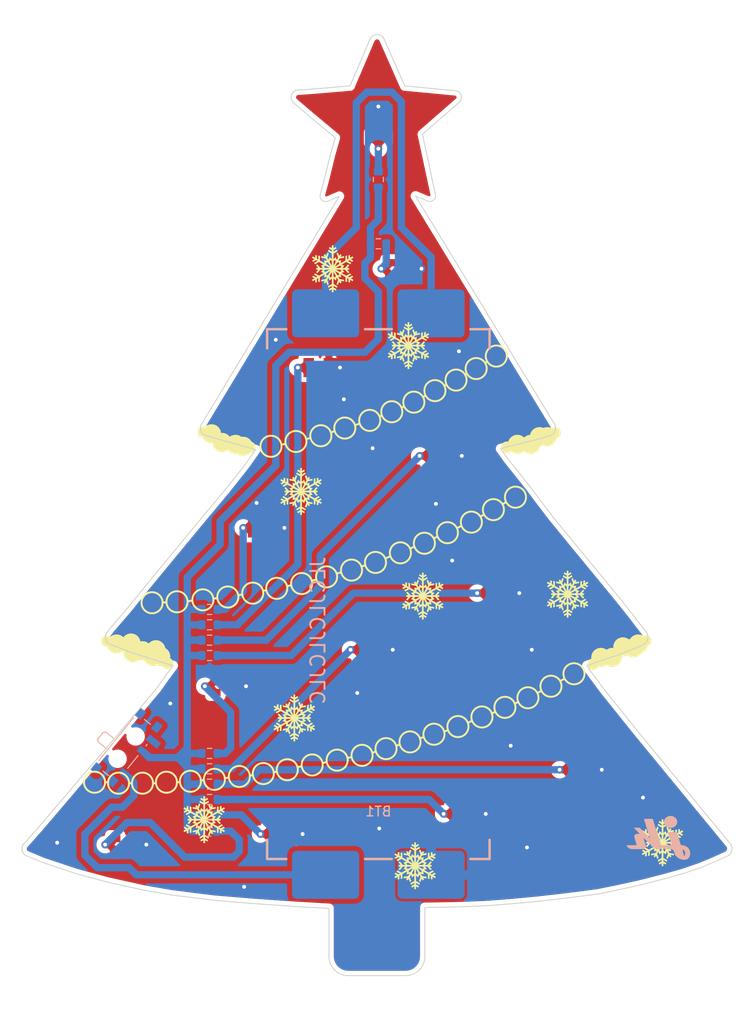
<source format=kicad_pcb>
(kicad_pcb (version 20221018) (generator pcbnew)
  (layers (0 "F.Cu" signal) (31 "B.Cu" signal) (34 "B.Paste" user) (35 "F.Paste" user) (36 "B.SilkS" user "B.Silkscreen") (37 "F.SilkS" user "F.Silkscreen") (38 "B.Mask" user) (39 "F.Mask" user) (44 "Edge.Cuts" user))
  (net 0 "")
  (net 2 "unconnected-(BT1-Pad2)")
  (net 3 "Net-(BT1-Pad3)")
  (net 4 "Net-(R1-Pad1)")
  (net 5 "GND")
  (net 6 "Net-(D2-Pad2)")
  (net 7 "Net-(D3-Pad2)")
  (net 8 "Net-(D1-Pad2)")
  (net 9 "Net-(D4-Pad2)")
  (net 10 "Net-(D5-Pad2)")
  (net 11 "Net-(D6-Pad2)")
  (net 12 "Net-(D7-Pad2)")
  (net 13 "Net-(D8-Pad2)")
  (net 14 "Net-(D9-Pad2)")
  (net 15 "Net-(D10-Pad2)")
  (net 16 "Net-(D11-Pad2)")
  (net 17 "Net-(D12-Pad2)")
  (footprint "Library:snowflake" (layer "F.Cu") (at 135.5 89.3)
    (fp_text reference "G***" hide)
    (fp_text value "LOGO" hide)
  )
  (footprint "Library:LED-0807" (layer "F.Cu") (at 127.65 109.62 180)
    (fp_text reference "D12" hide)
    (fp_text value "RGB")
  )
  (footprint "Library:LED-0807" (layer "F.Cu") (at 145.9 66.1 180)
    (fp_text reference "D6" hide)
    (fp_text value "RGB")
  )
  (footprint "Library:candy_cane" (layer "F.Cu") (at 144 91.2)
    (fp_text reference "G***" hide)
    (fp_text value "LOGO" hide)
  )
  (footprint "Library:LED-0807" (layer "F.Cu") (at 156.1 99.9 180)
    (fp_text reference "D8" hide)
    (fp_text value "RGB")
  )
  (footprint "Library:LED-0807" (layer "F.Cu") (at 152.59 122.9 180)
    (fp_text reference "D5" hide)
    (fp_text value "RGB")
  )
  (footprint "Library:LED-0807" (layer "F.Cu") (at 133.5 125 180)
    (fp_text reference "D3" hide)
    (fp_text value "RGB")
  )
  (footprint "Library:snowflake" (layer "F.Cu") (at 134.8 112.9)
    (fp_text reference "G***" hide)
    (fp_text value "LOGO" hide)
  )
  (footprint "Library:LED-0807" (layer "F.Cu") (at 131.59 93.1 180)
    (fp_text reference "D10" hide)
    (fp_text value "RGB")
  )
  (footprint "Library:LED-0807" (layer "F.Cu") (at 137.39 76.4 180)
    (fp_text reference "D11" hide)
    (fp_text value "RGB")
  )
  (footprint "Library:snowflake" (layer "F.Cu") (at 173.2 125.9)
    (fp_text reference "G***" hide)
    (fp_text value "LOGO" hide)
  )
  (footprint "Library:LED-0807" (layer "F.Cu") (at 164.7 118.3 180)
    (fp_text reference "D7" hide)
    (fp_text value "RGB")
  )
  (footprint "Library:snowflake" (layer "F.Cu") (at 125.4 123.5)
    (fp_text reference "G***" hide)
    (fp_text value "LOGO" hide)
  )
  (footprint "Library:snowflake" (layer "F.Cu") (at 163.3 100)
    (fp_text reference "G***" hide)
    (fp_text value "LOGO" hide)
  )
  (footprint "Library:candy_cane" (layer "F.Cu") (at 164.4 124.4)
    (fp_text reference "G***" hide)
    (fp_text value "LOGO" hide)
  )
  (footprint "Library:snowflake" (layer "F.Cu") (at 147.4 128.3)
    (fp_text reference "G***" hide)
    (fp_text value "LOGO" hide)
  )
  (footprint "Library:candy_cane" (layer "F.Cu") (at 152.1 107.6)
    (fp_text reference "G***" hide)
    (fp_text value "LOGO" hide)
  )
  (footprint "Library:candy_cane" (layer "F.Cu") (at 132 105.3)
    (fp_text reference "G***" hide)
    (fp_text value "LOGO" hide)
  )
  (footprint "Library:candy_cane" (layer "F.Cu") (at 131.5 79.4)
    (fp_text reference "G***" hide)
    (fp_text value "LOGO" hide)
  )
  (footprint "Library:snowflake" (layer "F.Cu") (at 146.7 74.1)
    (fp_text reference "G***" hide)
    (fp_text value "LOGO" hide)
  )
  (footprint "Library:snowflake" (layer "F.Cu") (at 138.8 66.1)
    (fp_text reference "G***" hide)
    (fp_text value "LOGO" hide)
  )
  (footprint "Library:LED-0807" (layer "F.Cu") (at 142.9 105.8 180)
    (fp_text reference "D1" hide)
    (fp_text value "RGB")
  )
  (footprint "Library:LED-0807" (layer "F.Cu") (at 150.1 85.6 180)
    (fp_text reference "D4" hide)
    (fp_text value "RGB")
  )
  (footprint "Library:LED-0807" (layer "F.Cu") (at 117.2 126.1 180)
    (fp_text reference "D2" hide)
    (fp_text value "RGB")
  )
  (footprint "Library:LED-0807" (layer "F.Cu") (at 143.6 51.39 -90)
    (fp_text reference "D9" hide)
    (fp_text value "RGB")
  )
  (footprint "Library:candy_cane" (layer "F.Cu") (at 142.1 123.6)
    (fp_text reference "G***" hide)
    (fp_text value "LOGO" hide)
  )
  (footprint "Library:snowflake" (layer "F.Cu") (at 148.2 100.2)
    (fp_text reference "G***" hide)
    (fp_text value "LOGO" hide)
  )
  (footprint "Resistor_SMD:R_0603_1608Metric" (layer "B.Cu") (at 143.6 56.8 90)
    (fp_text reference "R11" hide)
    (fp_text value "2k")
  )
  (footprint "Library:2xAAA-422-SMT" (layer "B.Cu") (at 143.6 100)
    (fp_text reference "BT1")
    (fp_text value "Battery")
  )
  (footprint "Resistor_SMD:R_0603_1608Metric" (layer "B.Cu") (at 125.925 123)
    (fp_text reference "R3" hide)
    (fp_text value "2k")
  )
  (footprint "Resistor_SMD:R_0603_1608Metric" (layer "B.Cu") (at 126 116.6)
    (fp_text reference "R12" hide)
    (fp_text value "2k")
  )
  (footprint "Resistor_SMD:R_0603_1608Metric" (layer "B.Cu") (at 126 121.4)
    (fp_text reference "R5" hide)
    (fp_text value "2k")
  )
  (footprint "Resistor_SMD:R_0603_1608Metric" (layer "B.Cu") (at 126 106.4)
    (fp_text reference "R7" hide)
    (fp_text value "2k")
  )
  (footprint "Resistor_SMD:R_0603_1608Metric" (layer "B.Cu") (at 126 101.6)
    (fp_text reference "R9" hide)
    (fp_text value "2k")
  )
  (footprint "Library:logo" (layer "B.Cu") (at 172.728253 125.268849 180)
    (fp_text reference "G***" hide)
    (fp_text value "LOGO" hide)
  )
  (footprint "Resistor_SMD:R_0603_1608Metric" (layer "B.Cu") (at 125.9 124.7)
    (fp_text reference "R2" hide)
    (fp_text value "2k")
  )
  (footprint "Resistor_SMD:R_0603_1608Metric" (layer "B.Cu") (at 126 104.8)
    (fp_text reference "R4" hide)
    (fp_text value "2k")
  )
  (footprint "Button_Switch_SMD:SW_SPDT_PCM12" (layer "B.Cu") (at 117.6 116.2 51)
    (fp_text reference "SW1" hide)
    (fp_text value "SW_SPDT")
  )
  (footprint "Resistor_SMD:R_0603_1608Metric" (layer "B.Cu") (at 126 118.2)
    (fp_text reference "R1" hide)
    (fp_text value "2k")
  )
  (footprint "Resistor_SMD:R_0603_1608Metric" (layer "B.Cu") (at 143.6 63.5)
    (fp_text reference "R10" hide)
    (fp_text value "2k")
  )
  (footprint "Resistor_SMD:R_0603_1608Metric" (layer "B.Cu") (at 126 103.2)
    (fp_text reference "R8" hide)
    (fp_text value "2k")
  )
  (footprint "Resistor_SMD:R_0603_1608Metric" (layer "B.Cu") (at 126 119.8)
    (fp_text reference "R6" hide)
    (fp_text value "2k")
  )
  (gr_line (start 146.93 95.25) (end 147.31 95.07) (stroke (width 0.2)) (layer "F.SilkS"))
  (gr_circle (center 115.29 104.91) (end 115.59 104.91) (stroke (width 0.6)) (fill none) (layer "F.SilkS"))
  (gr_circle (center 144.4 116.1) (end 145.5 116.1) (stroke (width 0.2)) (fill none) (layer "F.SilkS"))
  (gr_circle (center 135.6 98.9) (end 136.7 98.9) (stroke (width 0.2)) (fill none) (layer "F.SilkS"))
  (gr_line (start 149.39 94.19) (end 149.77 94.01) (stroke (width 0.2)) (layer "F.SilkS"))
  (gr_circle (center 161.2 83.6) (end 161.7 83.6) (stroke (width 1)) (fill none) (layer "F.SilkS"))
  (gr_circle (center 159.5 84.4) (end 160 84.4) (stroke (width 1)) (fill none) (layer "F.SilkS"))
  (gr_line (start 151.86 93.09) (end 152.24 92.91) (stroke (width 0.2)) (layer "F.SilkS"))
  (gr_circle (center 142.7 81.9) (end 143.8 81.9) (stroke (width 0.2)) (fill none) (layer "F.SilkS"))
  (gr_line (start 136.72 98.59) (end 137.07 98.49) (stroke (width 0.2)) (layer "F.SilkS"))
  (gr_circle (center 166.8 106.6) (end 167.3 106.6) (stroke (width 1)) (fill none) (layer "F.SilkS"))
  (gr_circle (center 150.8 93.6) (end 151.9 93.6) (stroke (width 0.2)) (fill none) (layer "F.SilkS"))
  (gr_circle (center 169.1 105.5) (end 169.6 105.5) (stroke (width 1)) (fill none) (layer "F.SilkS"))
  (gr_circle (center 124 119.5) (end 125.1 119.5) (stroke (width 0.2)) (fill none) (layer "F.SilkS"))
  (gr_circle (center 155.6 91.2) (end 156.7 91.2) (stroke (width 0.2)) (fill none) (layer "F.SilkS"))
  (gr_line (start 115.1 119.6) (end 115.4 119.6) (stroke (width 0.2)) (layer "F.SilkS"))
  (gr_line (start 154.26 91.9) (end 154.6 91.73) (stroke (width 0.2)) (layer "F.SilkS"))
  (gr_circle (center 141.9 116.8) (end 143 116.8) (stroke (width 0.2)) (fill none) (layer "F.SilkS"))
  (gr_line (start 157.82 111.4) (end 158.18 111.25) (stroke (width 0.2)) (layer "F.SilkS"))
  (gr_line (start 145.48 115.78) (end 145.815 115.685) (stroke (width 0.2)) (layer "F.SilkS"))
  (gr_circle (center 116.5 119.7) (end 117.6 119.7) (stroke (width 0.2)) (fill none) (layer "F.SilkS"))
  (gr_line (start 160.21 110.29) (end 160.57 110.1) (stroke (width 0.2)) (layer "F.SilkS"))
  (gr_circle (center 127.3 84.2) (end 127.8 84.2) (stroke (width 1)) (fill none) (layer "F.SilkS"))
  (gr_circle (center 129.1 119) (end 130.2 119) (stroke (width 0.2)) (fill none) (layer "F.SilkS"))
  (gr_circle (center 119 119.7) (end 120.1 119.7) (stroke (width 0.2)) (fill none) (layer "F.SilkS"))
  (gr_circle (center 121.5 119.6) (end 122.6 119.6) (stroke (width 0.2)) (fill none) (layer "F.SilkS"))
  (gr_circle (center 120.4 105.8) (end 120.9 105.8) (stroke (width 1)) (fill none) (layer "F.SilkS"))
  (gr_circle (center 151.9 113.8) (end 153 113.8) (stroke (width 0.2)) (fill none) (layer "F.SilkS"))
  (gr_line (start 125.1 119.4) (end 125.39 119.38) (stroke (width 0.2)) (layer "F.SilkS"))
  (gr_line (start 142.96 116.52) (end 143.295 116.425) (stroke (width 0.2)) (layer "F.SilkS"))
  (gr_circle (center 145.9 95.7) (end 147 95.7) (stroke (width 0.2)) (fill none) (layer "F.SilkS"))
  (gr_circle (center 130.5 99.9) (end 131.6 99.9) (stroke (width 0.2)) (fill none) (layer "F.SilkS"))
  (gr_circle (center 138.2 98.2) (end 139.3 98.2) (stroke (width 0.2)) (fill none) (layer "F.SilkS"))
  (gr_circle (center 171.48 104.86) (end 171.78 104.86) (stroke (width 0.6)) (fill none) (layer "F.SilkS"))
  (gr_circle (center 129.5 84.6) (end 130 84.6) (stroke (width 1)) (fill none) (layer "F.SilkS"))
  (gr_line (start 137.835 117.595) (end 138.17 117.5) (stroke (width 0.2)) (layer "F.SilkS"))
  (gr_circle (center 139.3 117.3) (end 140.4 117.3) (stroke (width 0.2)) (fill none) (layer "F.SilkS"))
  (gr_circle (center 151.7 77.7) (end 152.8 77.7) (stroke (width 0.2)) (fill none) (layer "F.SilkS"))
  (gr_circle (center 119 105.9) (end 119.5 105.9) (stroke (width 1)) (fill none) (layer "F.SilkS"))
  (gr_line (start 134.07 99.17) (end 134.41 99.1) (stroke (width 0.2)) (layer "F.SilkS"))
  (gr_circle (center 120.1 106.5) (end 120.6 106.5) (stroke (width 1)) (fill none) (layer "F.SilkS"))
  (gr_circle (center 125.34 83.11) (end 125.64 83.11) (stroke (width 0.6)) (fill none) (layer "F.SilkS"))
  (gr_circle (center 149.5 78.8) (end 150.6 78.8) (stroke (width 0.2)) (fill none) (layer "F.SilkS"))
  (gr_circle (center 155.9 75.2) (end 157 75.2) (stroke (width 0.2)) (fill none) (layer "F.SilkS"))
  (gr_line (start 123.75 100.74) (end 124.18 100.68) (stroke (width 0.2)) (layer "F.SilkS"))
  (gr_circle (center 158.1 84.4) (end 158.6 84.4) (stroke (width 1)) (fill none) (layer "F.SilkS"))
  (gr_line (start 136.1 83.85) (end 136.52 83.73) (stroke (width 0.2)) (layer "F.SilkS"))
  (gr_line (start 144.36 96.28) (end 144.79 96.08) (stroke (width 0.2)) (layer "F.SilkS"))
  (gr_line (start 141.19 82.39) (end 141.56 82.26) (stroke (width 0.2)) (layer "F.SilkS"))
  (gr_circle (center 168 106.6) (end 168.5 106.6) (stroke (width 1)) (fill none) (layer "F.SilkS"))
  (gr_circle (center 140.8 97.5) (end 141.9 97.5) (stroke (width 0.2)) (fill none) (layer "F.SilkS"))
  (gr_line (start 143.74 81.49) (end 143.95 81.41) (stroke (width 0.2)) (layer "F.SilkS"))
  (gr_line (start 133.51 84.42) (end 133.91 84.35) (stroke (width 0.2)) (layer "F.SilkS"))
  (gr_line (start 150.48 114.3) (end 150.815 114.205) (stroke (width 0.2)) (layer "F.SilkS"))
  (gr_circle (center 170.7 105.2) (end 171.2 105.2) (stroke (width 1)) (fill none) (layer "F.SilkS"))
  (gr_circle (center 126.2 83.3) (end 126.7 83.3) (stroke (width 1)) (fill none) (layer "F.SilkS"))
  (gr_line (start 150.52 78.28) (end 150.69 78.19) (stroke (width 0.2)) (layer "F.SilkS"))
  (gr_line (start 121.15 100.86) (end 121.45 100.86) (stroke (width 0.2)) (layer "F.SilkS"))
  (gr_circle (center 127.9 100.3) (end 129 100.3) (stroke (width 0.2)) (fill none) (layer "F.SilkS"))
  (gr_circle (center 166 107.3) (end 166.3 107.3) (stroke (width 0.6)) (fill none) (layer "F.SilkS"))
  (gr_circle (center 130.2 84.7) (end 130.5 84.7) (stroke (width 0.6)) (fill none) (layer "F.SilkS"))
  (gr_circle (center 114 119.6) (end 115.1 119.6) (stroke (width 0.2)) (fill none) (layer "F.SilkS"))
  (gr_line (start 117.6 119.7) (end 117.9 119.7) (stroke (width 0.2)) (layer "F.SilkS"))
  (gr_circle (center 125.3 100.6) (end 126.4 100.6) (stroke (width 0.2)) (fill none) (layer "F.SilkS"))
  (gr_circle (center 156.8 111.8) (end 157.9 111.8) (stroke (width 0.2)) (fill none) (layer "F.SilkS"))
  (gr_circle (center 133 99.4) (end 134.1 99.4) (stroke (width 0.2)) (fill none) (layer "F.SilkS"))
  (gr_line (start 152.65 77.12) (end 152.82 77.03) (stroke (width 0.2)) (layer "F.SilkS"))
  (gr_circle (center 120 100.9) (end 121.1 100.9) (stroke (width 0.2)) (fill none) (layer "F.SilkS"))
  (gr_circle (center 140.1 82.7) (end 141.2 82.7) (stroke (width 0.2)) (fill none) (layer "F.SilkS"))
  (gr_line (start 120.1 119.7) (end 120.4 119.7) (stroke (width 0.2)) (layer "F.SilkS"))
  (gr_line (start 141.84 97.13) (end 142.21 97) (stroke (width 0.2)) (layer "F.SilkS"))
  (gr_circle (center 134.1 118.3) (end 135.2 118.3) (stroke (width 0.2)) (fill none) (layer "F.SilkS"))
  (gr_circle (center 136.7 117.8) (end 137.8 117.8) (stroke (width 0.2)) (fill none) (layer "F.SilkS"))
  (gr_line (start 148.27 79.46) (end 148.51 79.31) (stroke (width 0.2)) (layer "F.SilkS"))
  (gr_line (start 127.59 119.18) (end 127.99 119.12) (stroke (width 0.2)) (layer "F.SilkS"))
  (gr_circle (center 121.6 107.2) (end 121.9 107.2) (stroke (width 0.6)) (fill none) (layer "F.SilkS"))
  (gr_circle (center 157.9 89.9) (end 159 89.9) (stroke (width 0.2)) (fill none) (layer "F.SilkS"))
  (gr_circle (center 170.2 105.6) (end 170.7 105.6) (stroke (width 1)) (fill none) (layer "F.SilkS"))
  (gr_line (start 132.71 118.55) (end 133 118.5) (stroke (width 0.2)) (layer "F.SilkS"))
  (gr_line (start 156.56 90.63) (end 156.88 90.44) (stroke (width 0.2)) (layer "F.SilkS"))
  (gr_circle (center 161.6 109.6) (end 162.7 109.6) (stroke (width 0.2)) (fill none) (layer "F.SilkS"))
  (gr_line (start 122.6 119.6) (end 122.9 119.6) (stroke (width 0.2)) (layer "F.SilkS"))
  (gr_circle (center 120.9 106.5) (end 121.4 106.5) (stroke (width 1)) (fill none) (layer "F.SilkS"))
  (gr_line (start 138.65 83.16) (end 139.02 83.03) (stroke (width 0.2)) (layer "F.SilkS"))
  (gr_line (start 135.22 118.01) (end 135.51 117.96) (stroke (width 0.2)) (layer "F.SilkS"))
  (gr_line (start 146.05 80.54) (end 146.26 80.46) (stroke (width 0.2)) (layer "F.SilkS"))
  (gr_circle (center 159.2 110.8) (end 160.3 110.8) (stroke (width 0.2)) (fill none) (layer "F.SilkS"))
  (gr_line (start 130.2 118.9) (end 130.52 118.86) (stroke (width 0.2)) (layer "F.SilkS"))
  (gr_circle (center 162.03 83.19) (end 162.33 83.19) (stroke (width 0.6)) (fill none) (layer "F.SilkS"))
  (gr_circle (center 118 106.1) (end 118.5 106.1) (stroke (width 1)) (fill none) (layer "F.SilkS"))
  (gr_circle (center 147.3 80) (end 148.4 80) (stroke (width 0.2)) (fill none) (layer "F.SilkS"))
  (gr_circle (center 146.9 115.4) (end 148 115.4) (stroke (width 0.2)) (fill none) (layer "F.SilkS"))
  (gr_circle (center 117.8 105.1) (end 118.3 105.1) (stroke (width 1)) (fill none) (layer "F.SilkS"))
  (gr_line (start 154.76 75.89) (end 154.93 75.8) (stroke (width 0.2)) (layer "F.SilkS"))
  (gr_circle (center 160.4 83.6) (end 160.9 83.6) (stroke (width 1)) (fill none) (layer "F.SilkS"))
  (gr_circle (center 137.6 83.5) (end 138.7 83.5) (stroke (width 0.2)) (fill none) (layer "F.SilkS"))
  (gr_circle (center 154.4 112.8) (end 155.5 112.8) (stroke (width 0.2)) (fill none) (layer "F.SilkS"))
  (gr_line (start 155.42 112.43) (end 155.78 112.28) (stroke (width 0.2)) (layer "F.SilkS"))
  (gr_circle (center 116.3 105.2) (end 116.8 105.2) (stroke (width 1)) (fill none) (layer "F.SilkS"))
  (gr_circle (center 131.6 118.7) (end 132.7 118.7) (stroke (width 0.2)) (fill none) (layer "F.SilkS"))
  (gr_circle (center 126.5 119.3) (end 127.6 119.3) (stroke (width 0.2)) (fill none) (layer "F.SilkS"))
  (gr_line (start 139.3 97.85) (end 139.65 97.75) (stroke (width 0.2)) (layer "F.SilkS"))
  (gr_circle (center 132.4 84.6) (end 133.5 84.6) (stroke (width 0.2)) (fill none) (layer "F.SilkS"))
  (gr_circle (center 164 108.3) (end 165.1 108.3) (stroke (width 0.2)) (fill none) (layer "F.SilkS"))
  (gr_line (start 131.57 99.66) (end 131.91 99.59) (stroke (width 0.2)) (layer "F.SilkS"))
  (gr_circle (center 135 84.1) (end 136.1 84.1) (stroke (width 0.2)) (fill none) (layer "F.SilkS"))
  (gr_circle (center 149.4 114.6) (end 150.5 114.6) (stroke (width 0.2)) (fill none) (layer "F.SilkS"))
  (gr_line (start 129 100.11) (end 129.41 100.05) (stroke (width 0.2)) (layer "F.SilkS"))
  (gr_circle (center 153.8 76.5) (end 154.9 76.5) (stroke (width 0.2)) (fill none) (layer "F.SilkS"))
  (gr_line (start 140.42 117.08) (end 140.755 116.985) (stroke (width 0.2)) (layer "F.SilkS"))
  (gr_circle (center 153.3 92.5) (end 154.4 92.5) (stroke (width 0.2)) (fill none) (layer "F.SilkS"))
  (gr_circle (center 148.4 94.7) (end 149.5 94.7) (stroke (width 0.2)) (fill none) (layer "F.SilkS"))
  (gr_line (start 162.59 109.04) (end 162.95 108.85) (stroke (width 0.2)) (layer "F.SilkS"))
  (gr_circle (center 145 81) (end 146.1 81) (stroke (width 0.2)) (fill none) (layer "F.SilkS"))
  (gr_circle (center 128.7 84.4) (end 129.2 84.4) (stroke (width 1)) (fill none) (layer "F.SilkS"))
  (gr_line (start 126.4 100.47) (end 126.81 100.41) (stroke (width 0.2)) (layer "F.SilkS"))
  (gr_circle (center 157 84.7) (end 157.3 84.7) (stroke (width 0.6)) (fill none) (layer "F.SilkS"))
  (gr_line (start 152.98 113.38) (end 153.34 113.23) (stroke (width 0.2)) (layer "F.SilkS"))
  (gr_circle (center 143.3 96.7) (end 144.4 96.7) (stroke (width 0.2)) (fill none) (layer "F.SilkS"))
  (gr_circle (center 122.6 100.8) (end 123.7 100.8) (stroke (width 0.2)) (fill none) (layer "F.SilkS"))
  (gr_line (start 147.95 115.01) (end 148.285 114.915) (stroke (width 0.2)) (layer "F.SilkS"))
  (gr_line (start 122.05 131.35) (end 119.15 130.85) (stroke (width 0.1)) (layer "Edge.Cuts"))
  (gr_line (start 136.48 50.27) (end 134.78 48.82) (stroke (width 0.1)) (layer "Edge.Cuts"))
  (gr_line (start 118.05 112.7) (end 120.45 109.85) (stroke (width 0.1)) (layer "Edge.Cuts"))
  (gr_line (start 129.75 86.45) (end 130.8 84.95) (stroke (width 0.1)) (layer "Edge.Cuts"))
  (gr_line (start 119.15 130.85) (end 115.3 130) (stroke (width 0.1)) (layer "Edge.Cuts"))
  (gr_line (start 136.5 47.4) (end 140.65 47.05) (stroke (width 0.1)) (layer "Edge.Cuts"))
  (gr_line (start 171.297602 105.22621) (end 170.75 105.5) (stroke (width 0.1)) (layer "Edge.Cuts"))
  (gr_arc (start 125.328647 83.37) (mid 125.040151 82.868254) (end 125.15 82.3) (stroke (width 0.1)) (layer "Edge.Cuts"))
  (gr_line (start 129.6 84.6) (end 127.6 84.05) (stroke (width 0.1)) (layer "Edge.Cuts"))
  (gr_line (start 120.45 109.85) (end 121.3 108.65) (stroke (width 0.1)) (layer "Edge.Cuts"))
  (gr_line (start 167.2 110) (end 170.9 114.6) (stroke (width 0.1)) (layer "Edge.Cuts"))
  (gr_line (start 175.45 129.1) (end 173.5 129.65) (stroke (width 0.1)) (layer "Edge.Cuts"))
  (gr_line (start 152.95 132.55) (end 151.45 132.6) (stroke (width 0.1)) (layer "Edge.Cuts"))
  (gr_arc (start 140.45 139.75) (mid 139.035786 139.164214) (end 138.45 137.75) (stroke (width 0.1)) (layer "Edge.Cuts"))
  (gr_line (start 115.35 115.9) (end 118.05 112.7) (stroke (width 0.1)) (layer "Edge.Cuts"))
  (gr_line (start 157.05 84.65) (end 156.35 84.85) (stroke (width 0.1)) (layer "Edge.Cuts"))
  (gr_line (start 146.35 47.05) (end 151.738266 47.560726) (stroke (width 0.1)) (layer "Edge.Cuts"))
  (gr_line (start 167.05 106.85) (end 165.35 107.45) (stroke (width 0.1)) (layer "Edge.Cuts"))
  (gr_line (start 125.35 91.85) (end 127.65 89.1) (stroke (width 0.1)) (layer "Edge.Cuts"))
  (gr_line (start 125.55 83.45) (end 125.328647 83.37) (stroke (width 0.1)) (layer "Edge.Cuts"))
  (gr_line (start 159.95 83.95) (end 159.05 84.15) (stroke (width 0.1)) (layer "Edge.Cuts"))
  (gr_line (start 180.06 127.26) (end 178.65 127.9) (stroke (width 0.1)) (layer "Edge.Cuts"))
  (gr_line (start 108.55 127.95) (end 106.746356 127.190836) (stroke (width 0.1)) (layer "Edge.Cuts"))
  (gr_arc (start 134.78 48.82) (mid 134.531353 48.038975) (end 135.14 47.49) (stroke (width 0.1)) (layer "Edge.Cuts"))
  (gr_line (start 159.05 84.15) (end 158.1 84.4) (stroke (width 0.1)) (layer "Edge.Cuts"))
  (gr_line (start 162.1 131.8) (end 160.3 132) (stroke (width 0.1)) (layer "Edge.Cuts"))
  (gr_line (start 160.35 90.05) (end 161.8 91.95) (stroke (width 0.1)) (layer "Edge.Cuts"))
  (gr_line (start 138.45 132.75) (end 138.45 137.75) (stroke (width 0.1)) (layer "Edge.Cuts"))
  (gr_line (start 178.65 127.9) (end 177.2 128.5) (stroke (width 0.1)) (layer "Edge.Cuts"))
  (gr_line (start 112 129.1) (end 108.55 127.95) (stroke (width 0.1)) (layer "Edge.Cuts"))
  (gr_arc (start 148.45 137.75) (mid 147.864214 139.164214) (end 146.45 139.75) (stroke (width 0.1)) (layer "Edge.Cuts"))
  (gr_line (start 161.61 83.44621) (end 161.3 83.55) (stroke (width 0.1)) (layer "Edge.Cuts"))
  (gr_line (start 151.97 48.81) (end 148.2 52.1) (stroke (width 0.1)) (layer "Edge.Cuts"))
  (gr_line (start 173.5 129.65) (end 170.95 130.3) (stroke (width 0.1)) (layer "Edge.Cuts"))
  (gr_line (start 165.6 107.85) (end 167.2 110) (stroke (width 0.1)) (layer "Edge.Cuts"))
  (gr_line (start 170.75 105.5) (end 168.6 106.35) (stroke (width 0.1)) (layer "Edge.Cuts"))
  (gr_line (start 139.525 58.55) (end 138.380145 59.048944) (stroke (width 0.1)) (layer "Edge.Cuts"))
  (gr_line (start 135 132.55) (end 130.7 132.25) (stroke (width 0.1)) (layer "Edge.Cuts"))
  (gr_line (start 119.35 99.1) (end 121.5 96.5) (stroke (width 0.1)) (layer "Edge.Cuts"))
  (gr_line (start 155.15 132.45) (end 152.95 132.55) (stroke (width 0.1)) (layer "Edge.Cuts"))
  (gr_line (start 170.95 130.3) (end 168.45 130.85) (stroke (width 0.1)) (layer "Edge.Cuts"))
  (gr_line (start 138.6 54.2) (end 139.1 52.45) (stroke (width 0.1)) (layer "Edge.Cuts"))
  (gr_arc (start 106.746356 127.190836) (mid 106.44 126.69) (end 106.546205 126.112582) (stroke (width 0.1)) (layer "Edge.Cuts"))
  (gr_line (start 168.6 106.35) (end 167.05 106.85) (stroke (width 0.1)) (layer "Edge.Cuts"))
  (gr_arc (start 149.53 58.29) (mid 149.399048 58.909373) (end 148.786369 59.068733) (stroke (width 0.1)) (layer "Edge.Cuts"))
  (gr_line (start 170.9 114.6) (end 180.3 126) (stroke (width 0.1)) (layer "Edge.Cuts"))
  (gr_line (start 151.45 132.6) (end 148.45 132.65) (stroke (width 0.1)) (layer "Edge.Cuts"))
  (gr_line (start 161.3 83.55) (end 159.95 83.95) (stroke (width 0.1)) (layer "Edge.Cuts"))
  (gr_arc (start 171.537602 103.96621) (mid 171.7 104.65) (end 171.297602 105.22621) (stroke (width 0.1)) (layer "Edge.Cuts"))
  (gr_line (start 122.2 107.45) (end 120.55 106.95) (stroke (width 0.1)) (layer "Edge.Cuts"))
  (gr_line (start 117.45 101.45) (end 119.35 99.1) (stroke (width 0.1)) (layer "Edge.Cuts"))
  (gr_line (start 125.15 82.3) (end 139.525 58.55) (stroke (width 0.1)) (layer "Edge.Cuts"))
  (gr_line (start 135.14 47.49) (end 136.5 47.4) (stroke (width 0.1)) (layer "Edge.Cuts"))
  (gr_line (start 117.45 105.95) (end 115.45 105.15) (stroke (width 0.1)) (layer "Edge.Cuts"))
  (gr_arc (start 161.97 82.28) (mid 162.0431 82.941235) (end 161.61 83.44621) (stroke (width 0.1)) (layer "Edge.Cuts"))
  (gr_line (start 126.45 131.9) (end 122.05 131.35) (stroke (width 0.1)) (layer "Edge.Cuts"))
  (gr_line (start 161.8 91.95) (end 163.85 94.45) (stroke (width 0.1)) (layer "Edge.Cuts"))
  (gr_line (start 110.85 121.15) (end 113.4 118.15) (stroke (width 0.1)) (layer "Edge.Cuts"))
  (gr_line (start 139.1 52.45) (end 136.48 50.27) (stroke (width 0.1)) (layer "Edge.Cuts"))
  (gr_line (start 144.19 42.16) (end 146.35 47.05) (stroke (width 0.1)) (layer "Edge.Cuts"))
  (gr_line (start 168.45 130.85) (end 166.45 131.25) (stroke (width 0.1)) (layer "Edge.Cuts"))
  (gr_arc (start 180.3 126) (mid 180.462398 126.68379) (end 180.06 127.26) (stroke (width 0.1)) (layer "Edge.Cuts"))
  (gr_line (start 120.55 106.95) (end 117.45 105.95) (stroke (width 0.1)) (layer "Edge.Cuts"))
  (gr_line (start 157.65 132.25) (end 155.15 132.45) (stroke (width 0.1)) (layer "Edge.Cuts"))
  (gr_line (start 159.3 88.65) (end 160.35 90.05) (stroke (width 0.1)) (layer "Edge.Cuts"))
  (gr_line (start 115.249849 104.071746) (end 115.6 103.6) (stroke (width 0.1)) (layer "Edge.Cuts"))
  (gr_line (start 121.3 108.65) (end 122.2 107.45) (stroke (width 0.1)) (layer "Edge.Cuts"))
  (gr_line (start 146.45 139.75) (end 140.45 139.75) (stroke (width 0.1)) (layer "Edge.Cuts"))
  (gr_line (start 127.6 84.05) (end 125.55 83.45) (stroke (width 0.1)) (layer "Edge.Cuts"))
  (gr_line (start 127.65 89.1) (end 129.75 86.45) (stroke (width 0.1)) (layer "Edge.Cuts"))
  (gr_line (start 121.5 96.5) (end 123.4 94.2) (stroke (width 0.1)) (layer "Edge.Cuts"))
  (gr_line (start 148.45 132.65) (end 148.45 137.75) (stroke (width 0.1)) (layer "Edge.Cuts"))
  (gr_line (start 137.550145 58.318944) (end 137.95 56.85) (stroke (width 0.1)) (layer "Edge.Cuts"))
  (gr_line (start 165.35 107.45) (end 165.6 107.85) (stroke (width 0.1)) (layer "Edge.Cuts"))
  (gr_line (start 137.95 56.85) (end 138.6 54.2) (stroke (width 0.1)) (layer "Edge.Cuts"))
  (gr_line (start 130.8 84.95) (end 129.6 84.6) (stroke (width 0.1)) (layer "Edge.Cuts"))
  (gr_arc (start 138.380145 59.048944) (mid 137.728878 58.952575) (end 137.550145 58.318944) (stroke (width 0.1)) (layer "Edge.Cuts"))
  (gr_line (start 140.65 47.05) (end 142.71 42.23) (stroke (width 0.1)) (layer "Edge.Cuts"))
  (gr_line (start 130.7 132.25) (end 126.45 131.9) (stroke (width 0.1)) (layer "Edge.Cuts"))
  (gr_line (start 177.2 128.5) (end 175.45 129.1) (stroke (width 0.1)) (layer "Edge.Cuts"))
  (gr_line (start 164.55 131.5) (end 162.1 131.8) (stroke (width 0.1)) (layer "Edge.Cuts"))
  (gr_line (start 160.3 132) (end 157.65 132.25) (stroke (width 0.1)) (layer "Edge.Cuts"))
  (gr_line (start 156.35 84.85) (end 157.1 85.9) (stroke (width 0.1)) (layer "Edge.Cuts"))
  (gr_line (start 138.45 132.75) (end 135 132.55) (stroke (width 0.1)) (layer "Edge.Cuts"))
  (gr_line (start 166.45 131.25) (end 164.55 131.5) (stroke (width 0.1)) (layer "Edge.Cuts"))
  (gr_line (start 115.6 103.6) (end 117.45 101.45) (stroke (width 0.1)) (layer "Edge.Cuts"))
  (gr_line (start 148.786369 59.068733) (end 147.475 58.525) (stroke (width 0.1)) (layer "Edge.Cuts"))
  (gr_line (start 147.475 58.525) (end 161.97 82.28) (stroke (width 0.1)) (layer "Edge.Cuts"))
  (gr_line (start 106.546205 126.112582) (end 108.2 124.25) (stroke (width 0.1)) (layer "Edge.Cuts"))
  (gr_arc (start 151.738266 47.560726) (mid 152.256613 48.110705) (end 151.97 48.81) (stroke (width 0.1)) (layer "Edge.Cuts"))
  (gr_line (start 169.95 101.9) (end 171.537602 103.96621) (stroke (width 0.1)) (layer "Edge.Cuts"))
  (gr_line (start 163.85 94.45) (end 168.75 100.4) (stroke (width 0.1)) (layer "Edge.Cuts"))
  (gr_line (start 158.1 84.4) (end 157.05 84.65) (stroke (width 0.1)) (layer "Edge.Cuts"))
  (gr_arc (start 142.71 42.23) (mid 143.42612 41.690004) (end 144.19 42.16) (stroke (width 0.1)) (layer "Edge.Cuts"))
  (gr_line (start 157.1 85.9) (end 159.3 88.65) (stroke (width 0.1)) (layer "Edge.Cuts"))
  (gr_line (start 123.4 94.2) (end 125.35 91.85) (stroke (width 0.1)) (layer "Edge.Cuts"))
  (gr_line (start 168.75 100.4) (end 169.95 101.9) (stroke (width 0.1)) (layer "Edge.Cuts"))
  (gr_line (start 113.4 118.15) (end 115.35 115.9) (stroke (width 0.1)) (layer "Edge.Cuts"))
  (gr_line (start 108.2 124.25) (end 110.85 121.15) (stroke (width 0.1)) (layer "Edge.Cuts"))
  (gr_arc (start 115.45 105.15) (mid 115.143644 104.649164) (end 115.249849 104.071746) (stroke (width 0.1)) (layer "Edge.Cuts"))
  (gr_line (start 148.2 52.1) (end 149.53 58.29) (stroke (width 0.1)) (layer "Edge.Cuts"))
  (gr_line (start 115.3 130) (end 112 129.1) (stroke (width 0.1)) (layer "Edge.Cuts"))
  (gr_text "JLCJLCJLCJLC" (at 137.3 103.8 90) (layer "B.SilkS") (effects (font (size 1.5 1.5) (thickness 0.2)) (justify mirror)))
  (segment (start 142.4 47.7) (end 141.3 48.8) (width 0.762) (layer "B.Cu") (net 2))
  (segment (start 141.3 48.8) (end 141.3 61.8) (width 0.762) (layer "B.Cu") (net 2))
  (segment (start 149.1 70.75) (end 149.1 64.9) (width 0.762) (layer "B.Cu") (net 2))
  (segment (start 149.1 64.9) (end 146 61.8) (width 0.762) (layer "B.Cu") (net 2))
  (segment (start 146 61.8) (end 146 48.7) (width 0.762) (layer "B.Cu") (net 2))
  (segment (start 138.1 65) (end 138.1 70.75) (width 0.762) (layer "B.Cu") (net 2))
  (segment (start 141.3 61.8) (end 138.1 65) (width 0.762) (layer "B.Cu") (net 2))
  (segment (start 146 48.7) (end 145 47.7) (width 0.762) (layer "B.Cu") (net 2))
  (segment (start 145 47.7) (end 142.4 47.7) (width 0.762) (layer "B.Cu") (net 2))
  (segment (start 113 127.2) (end 113 125) (width 0.762) (layer "B.Cu") (net 3))
  (segment (start 117.6 128.5) (end 114.3 128.5) (width 0.762) (layer "B.Cu") (net 3))
  (segment (start 118.1 119.653159) (end 117.295348 118.848507) (width 0.762) (layer "B.Cu") (net 3))
  (segment (start 118.35 129.25) (end 117.6 128.5) (width 0.762) (layer "B.Cu") (net 3))
  (segment (start 113 125) (end 115.8 122.2) (width 0.762) (layer "B.Cu") (net 3))
  (segment (start 114.3 128.5) (end 113 127.2) (width 0.762) (layer "B.Cu") (net 3))
  (segment (start 118.1 121) (end 118.1 119.653159) (width 0.762) (layer "B.Cu") (net 3))
  (segment (start 115.8 122.2) (end 116.9 122.2) (width 0.762) (layer "B.Cu") (net 3))
  (segment (start 138.1 129.25) (end 118.35 129.25) (width 0.762) (layer "B.Cu") (net 3))
  (segment (start 116.9 122.2) (end 118.1 121) (width 0.762) (layer "B.Cu") (net 3))
  (segment (start 143.6 68.5) (end 143.6 73.4) (width 0.762) (layer "B.Cu") (net 4))
  (segment (start 123.66624 104.56624) (end 123.66624 106.33376) (width 0.762) (layer "B.Cu") (net 4))
  (segment (start 143.6 57.625) (end 143.6 61) (width 0.762) (layer "B.Cu") (net 4))
  (segment (start 122.56624 117.03376) (end 123.66624 117.03376) (width 0.762) (layer "B.Cu") (net 4))
  (segment (start 123.9 119.8) (end 123.66624 120.03376) (width 0.762) (layer "B.Cu") (net 4))
  (segment (start 122.66624 117.03376) (end 122.56624 117.03376) (width 0.762) (layer "B.Cu") (net 4))
  (segment (start 132.9 86.6) (end 127.1 92.4) (width 0.762) (layer "B.Cu") (net 4))
  (segment (start 123.66624 116.03376) (end 122.66624 117.03376) (width 0.762) (layer "B.Cu") (net 4))
  (segment (start 123.7 123) (end 123.66624 122.96624) (width 0.762) (layer "B.Cu") (net 4))
  (segment (start 123.66624 101.73376) (end 123.66624 103.06624) (width 0.762) (layer "B.Cu") (net 4))
  (segment (start 127.1 92.4) (end 127.1 94.8) (width 0.762) (layer "B.Cu") (net 4))
  (segment (start 123.7 118.2) (end 123.66624 118.16624) (width 0.762) (layer "B.Cu") (net 4))
  (segment (start 123.8 116.6) (end 123.66624 116.46624) (width 0.762) (layer "B.Cu") (net 4))
  (segment (start 125.175 101.6) (end 123.8 101.6) (width 0.762) (layer "B.Cu") (net 4))
  (segment (start 123.66624 121) (end 123.66624 121.46624) (width 0.762) (layer "B.Cu") (net 4))
  (segment (start 125.175 119.8) (end 123.9 119.8) (width 0.762) (layer "B.Cu") (net 4))
  (segment (start 123.66624 106.33376) (end 123.66624 107.33376) (width 0.762) (layer "B.Cu") (net 4))
  (segment (start 123.66624 120.03376) (end 123.66624 121) (width 0.762) (layer "B.Cu") (net 4))
  (segment (start 125.175 118.2) (end 123.7 118.2) (width 0.762) (layer "B.Cu") (net 4))
  (segment (start 142.775 61.825) (end 142.775 63.5) (width 0.762) (layer "B.Cu") (net 4))
  (segment (start 125.175 121.4) (end 123.73248 121.4) (width 0.762) (layer "B.Cu") (net 4))
  (segment (start 142.775 64.925) (end 142.2 65.5) (width 0.762) (layer "B.Cu") (net 4))
  (segment (start 123.8 103.2) (end 123.66624 103.06624) (width 0.762) (layer "B.Cu") (net 4))
  (segment (start 125.1 123) (end 123.7 123) (width 0.762) (layer "B.Cu") (net 4))
  (segment (start 142.2 65.5) (end 142.2 67.1) (width 0.762) (layer "B.Cu") (net 4))
  (segment (start 124.1 124.7) (end 125.075 124.7) (width 0.762) (layer "B.Cu") (net 4))
  (segment (start 123.66624 117.03376) (end 123.66624 118.16624) (width 0.762) (layer "B.Cu") (net 4))
  (segment (start 125.175 103.2) (end 123.8 103.2) (width 0.762) (layer "B.Cu") (net 4))
  (segment (start 142.2 74.8) (end 134.3 74.8) (width 0.762) (layer "B.Cu") (net 4))
  (segment (start 123.66624 122.96624) (end 123.66624 124.26624) (width 0.762) (layer "B.Cu") (net 4))
  (segment (start 123.8 101.6) (end 123.66624 101.73376) (width 0.762) (layer "B.Cu") (net 4))
  (segment (start 123.66624 124.26624) (end 124.1 124.7) (width 0.762) (layer "B.Cu") (net 4))
  (segment (start 123.66624 118.16624) (end 123.66624 118.73376) (width 0.762) (layer "B.Cu") (net 4))
  (segment (start 123.66624 116.03376) (end 123.66624 116.46624) (width 0.762) (layer "B.Cu") (net 4))
  (segment (start 123.66624 121.46624) (end 123.66624 122.96624) (width 0.762) (layer "B.Cu") (net 4))
  (segment (start 143.6 73.4) (end 142.2 74.8) (width 0.762) (layer "B.Cu") (net 4))
  (segment (start 123.73248 106.4) (end 123.66624 106.33376) (width 0.762) (layer "B.Cu") (net 4))
  (segment (start 134.3 74.8) (end 132.9 76.2) (width 0.762) (layer "B.Cu") (net 4))
  (segment (start 123.66624 116.46624) (end 123.66624 117.03376) (width 0.762) (layer "B.Cu") (net 4))
  (segment (start 125.175 116.6) (end 123.8 116.6) (width 0.762) (layer "B.Cu") (net 4))
  (segment (start 123.66624 103.06624) (end 123.66624 104.56624) (width 0.762) (layer "B.Cu") (net 4))
  (segment (start 143.6 61) (end 142.775 61.825) (width 0.762) (layer "B.Cu") (net 4))
  (segment (start 123.66624 118.16624) (end 123.66624 118.03376) (width 0.762) (layer "B.Cu") (net 4))
  (segment (start 119.183309 116.517069) (end 119.7 117.03376) (width 0.762) (layer "B.Cu") (net 4))
  (segment (start 123.9 104.8) (end 123.66624 104.56624) (width 0.762) (layer "B.Cu") (net 4))
  (segment (start 125.175 106.4) (end 123.73248 106.4) (width 0.762) (layer "B.Cu") (net 4))
  (segment (start 132.9 76.2) (end 132.9 86.6) (width 0.762) (layer "B.Cu") (net 4))
  (segment (start 123.66624 107.33376) (end 123.66624 116.03376) (width 0.762) (layer "B.Cu") (net 4))
  (segment (start 119.7 117.03376) (end 122.56624 117.03376) (width 0.762) (layer "B.Cu") (net 4))
  (segment (start 142.775 63.5) (end 142.775 64.925) (width 0.762) (layer "B.Cu") (net 4))
  (segment (start 142.2 67.1) (end 143.6 68.5) (width 0.762) (layer "B.Cu") (net 4))
  (segment (start 125.175 104.8) (end 123.9 104.8) (width 0.762) (layer "B.Cu") (net 4))
  (segment (start 123.66624 118.73376) (end 123.66624 120.03376) (width 0.762) (layer "B.Cu") (net 4))
  (segment (start 127.1 94.8) (end 123.66624 98.23376) (width 0.762) (layer "B.Cu") (net 4))
  (segment (start 123.66624 98.23376) (end 123.66624 101.73376) (width 0.762) (layer "B.Cu") (net 4))
  (segment (start 123.73248 121.4) (end 123.66624 121.46624) (width 0.762) (layer "B.Cu") (net 4))
  (segment (start 123.66624 118.03376) (end 122.66624 117.03376) (width 0.762) (layer "B.Cu") (net 4))
  (via (at 143.6 49.2) (size 0.8) (drill 0.4) (layers "F.Cu" "B.Cu") (net 5))
  (via (at 121.9 111.4) (size 0.8) (drill 0.4) (layers "F.Cu" "B.Cu") (net 5))
  (via (at 166.9 118.3) (size 0.8) (drill 0.4) (layers "F.Cu" "B.Cu") (net 5))
  (via (at 152 74.7) (size 0.8) (drill 0.4) (layers "F.Cu" "B.Cu") (net 5))
  (via (at 119.4 126.1) (size 0.8) (drill 0.4) (layers "F.Cu" "B.Cu") (net 5))
  (via (at 135.7 125) (size 0.8) (drill 0.4) (layers "F.Cu" "B.Cu") (net 5))
  (via (at 132.9 73.5) (size 0.8) (drill 0.4) (layers "F.Cu" "B.Cu") (net 5))
  (via (at 154.8 122.9) (size 0.8) (drill 0.4) (layers "F.Cu" "B.Cu") (net 5))
  (via (at 133.8 93.1) (size 0.8) (drill 0.4) (layers "F.Cu" "B.Cu") (net 5))
  (via (at 143.69 124.42) (size 0.8) (drill 0.4) (layers "F.Cu" "B.Cu") (net 5))
  (via (at 151.3 96.5) (size 0.8) (drill 0.4) (layers "F.Cu" "B.Cu") (net 5))
  (via (at 148.1 66.1) (size 0.8) (drill 0.4) (layers "F.Cu" "B.Cu") (net 5))
  (via (at 152.3 85.6) (size 0.8) (drill 0.4) (layers "F.Cu" "B.Cu") (net 5))
  (via (at 171.2 121.2) (size 0.8) (drill 0.4) (layers "F.Cu" "B.Cu") (net 5))
  (via (at 157.4 115.8) (size 0.8) (drill 0.4) (layers "F.Cu" "B.Cu") (net 5))
  (via (at 141.4 110.3) (size 0.8) (drill 0.4) (layers "F.Cu" "B.Cu") (net 5))
  (via (at 110.1 125.9) (size 0.8) (drill 0.4) (layers "F.Cu" "B.Cu") (net 5))
  (via (at 159.1 126.4) (size 0.8) (drill 0.4) (layers "F.Cu" "B.Cu") (net 5))
  (via (at 149.6 90.6) (size 0.8) (drill 0.4) (layers "F.Cu" "B.Cu") (net 5))
  (via (at 143 84.8) (size 0.8) (drill 0.4) (layers "F.Cu" "B.Cu") (net 5))
  (via (at 129.8 109.6) (size 0.8) (drill 0.4) (layers "F.Cu" "B.Cu") (net 5))
  (via (at 145.1 105.8) (size 0.8) (drill 0.4) (layers "F.Cu" "B.Cu") (net 5))
  (via (at 130.9 90.5) (size 0.8) (drill 0.4) (layers "F.Cu" "B.Cu") (net 5))
  (via (at 159.6 105.8) (size 0.8) (drill 0.4) (layers "F.Cu" "B.Cu") (net 5))
  (via (at 158.3 99.9) (size 0.8) (drill 0.4) (layers "F.Cu" "B.Cu") (net 5))
  (via (at 139.6 76.4) (size 0.8) (drill 0.4) (layers "F.Cu" "B.Cu") (net 5))
  (via (at 140 79.7) (size 0.8) (drill 0.4) (layers "F.Cu" "B.Cu") (net 5))
  (via (at 129.6 130.5) (size 0.8) (drill 0.4) (layers "F.Cu" "B.Cu") (net 5))
  (segment (start 115.525 126.1) (end 116.15 125.475) (width 0.762) (layer "F.Cu") (net 6))
  (segment (start 115.1 126.1) (end 115.525 126.1) (width 0.762) (layer "F.Cu") (net 6))
  (segment (start 115.525 126.1) (end 116.15 126.725) (width 0.762) (layer "F.Cu") (net 6))
  (via (at 115.1 126.1) (size 0.8) (drill 0.4) (layers "F.Cu" "B.Cu") (net 6))
  (segment (start 129.1 125.6) (end 129.1 126.8) (width 0.762) (layer "B.Cu") (net 6))
  (segment (start 128.2 124.7) (end 129.1 125.6) (width 0.762) (layer "B.Cu") (net 6))
  (segment (start 119.8 123.8) (end 117.4 123.8) (width 0.762) (layer "B.Cu") (net 6))
  (segment (start 117.4 123.8) (end 115.1 126.1) (width 0.762) (layer "B.Cu") (net 6))
  (segment (start 120.2 124.2) (end 119.8 123.8) (width 0.762) (layer "B.Cu") (net 6))
  (segment (start 128.5 127.4) (end 123.4 127.4) (width 0.762) (layer "B.Cu") (net 6))
  (segment (start 126.725 124.7) (end 128.2 124.7) (width 0.762) (layer "B.Cu") (net 6))
  (segment (start 123.4 127.4) (end 120.2 124.2) (width 0.762) (layer "B.Cu") (net 6))
  (segment (start 129.1 126.8) (end 128.5 127.4) (width 0.762) (layer "B.Cu") (net 6))
  (segment (start 131.825 125) (end 132.45 125.625) (width 0.762) (layer "F.Cu") (net 7))
  (segment (start 131.3 125) (end 131.825 125) (width 0.762) (layer "F.Cu") (net 7))
  (segment (start 131.825 125) (end 132.45 124.375) (width 0.762) (layer "F.Cu") (net 7))
  (via (at 131.3 125) (size 0.8) (drill 0.4) (layers "F.Cu" "B.Cu") (net 7))
  (segment (start 129.3 123) (end 131.3 125) (width 0.762) (layer "B.Cu") (net 7))
  (segment (start 126.75 123) (end 129.3 123) (width 0.762) (layer "B.Cu") (net 7))
  (segment (start 141.225 105.8) (end 141.85 105.175) (width 0.762) (layer "F.Cu") (net 8))
  (segment (start 140.7 105.8) (end 141.225 105.8) (width 0.762) (layer "F.Cu") (net 8))
  (segment (start 141.225 105.8) (end 141.85 106.425) (width 0.762) (layer "F.Cu") (net 8))
  (via (at 140.7 105.8) (size 0.8) (drill 0.4) (layers "F.Cu" "B.Cu") (net 8))
  (segment (start 126.825 118.2) (end 128.3 118.2) (width 0.762) (layer "B.Cu") (net 8))
  (segment (start 128.3 118.2) (end 140.7 105.8) (width 0.762) (layer "B.Cu") (net 8))
  (segment (start 148.425 85.6) (end 149.05 84.975) (width 0.762) (layer "F.Cu") (net 9))
  (segment (start 147.9 85.6) (end 148.425 85.6) (width 0.762) (layer "F.Cu") (net 9))
  (segment (start 148.425 85.6) (end 149.05 86.225) (width 0.762) (layer "F.Cu") (net 9))
  (via (at 147.9 85.6) (size 0.8) (drill 0.4) (layers "F.Cu" "B.Cu") (net 9))
  (segment (start 137.55 99.15) (end 137.55 95.95) (width 0.762) (layer "B.Cu") (net 9))
  (segment (start 131.9 104.8) (end 137.55 99.15) (width 0.762) (layer "B.Cu") (net 9))
  (segment (start 137.55 95.95) (end 147.9 85.6) (width 0.762) (layer "B.Cu") (net 9))
  (segment (start 126.825 104.8) (end 131.9 104.8) (width 0.762) (layer "B.Cu") (net 9))
  (segment (start 150.925 122.9) (end 151.55 122.275) (width 0.762) (layer "F.Cu") (net 10))
  (segment (start 150.925 122.9) (end 151.55 123.525) (width 0.762) (layer "F.Cu") (net 10))
  (segment (start 150.4 122.9) (end 150.925 122.9) (width 0.762) (layer "F.Cu") (net 10))
  (via (at 150.4 122.9) (size 0.8) (drill 0.4) (layers "F.Cu" "B.Cu") (net 10))
  (segment (start 148.9 121.4) (end 150.4 122.9) (width 0.762) (layer "B.Cu") (net 10))
  (segment (start 126.825 121.4) (end 148.9 121.4) (width 0.762) (layer "B.Cu") (net 10))
  (segment (start 144.225 66.1) (end 144.85 65.475) (width 0.762) (layer "F.Cu") (net 11))
  (segment (start 143.9 66.1) (end 144.225 66.1) (width 0.762) (layer "F.Cu") (net 11))
  (segment (start 144.225 66.1) (end 144.85 66.725) (width 0.762) (layer "F.Cu") (net 11))
  (via (at 143.9 66.1) (size 0.8) (drill 0.4) (layers "F.Cu" "B.Cu") (net 11))
  (segment (start 144.425 65.575) (end 143.9 66.1) (width 0.762) (layer "B.Cu") (net 11))
  (segment (start 144.425 63.5) (end 144.425 65.575) (width 0.762) (layer "B.Cu") (net 11))
  (segment (start 163.025 118.3) (end 163.65 117.675) (width 0.762) (layer "F.Cu") (net 12))
  (segment (start 163.025 118.3) (end 163.65 118.925) (width 0.762) (layer "F.Cu") (net 12))
  (segment (start 162.5 118.3) (end 163.025 118.3) (width 0.762) (layer "F.Cu") (net 12))
  (via (at 162.5 118.3) (size 0.8) (drill 0.4) (layers "F.Cu" "B.Cu") (net 12))
  (segment (start 131.2 118.3) (end 162.5 118.3) (width 0.762) (layer "B.Cu") (net 12))
  (segment (start 126.825 119.8) (end 129.7 119.8) (width 0.762) (layer "B.Cu") (net 12))
  (segment (start 129.7 119.8) (end 131.2 118.3) (width 0.762) (layer "B.Cu") (net 12))
  (segment (start 153.9 99.9) (end 154.425 99.9) (width 0.762) (layer "F.Cu") (net 13))
  (segment (start 154.425 99.9) (end 155.05 100.525) (width 0.762) (layer "F.Cu") (net 13))
  (segment (start 154.425 99.9) (end 155.05 99.275) (width 0.762) (layer "F.Cu") (net 13))
  (via (at 153.9 99.9) (size 0.8) (drill 0.4) (layers "F.Cu" "B.Cu") (net 13))
  (segment (start 141 99.9) (end 153.9 99.9) (width 0.762) (layer "B.Cu") (net 13))
  (segment (start 137.9 103) (end 141 99.9) (width 0.762) (layer "B.Cu") (net 13))
  (segment (start 134.5 106.4) (end 137.9 103) (width 0.762) (layer "B.Cu") (net 13))
  (segment (start 126.825 106.4) (end 134.5 106.4) (width 0.762) (layer "B.Cu") (net 13))
  (segment (start 143.6 53.6) (end 143.6 53.075) (width 0.762) (layer "F.Cu") (net 14))
  (segment (start 143.6 53.075) (end 144.225 52.45) (width 0.762) (layer "F.Cu") (net 14))
  (segment (start 143.6 53.075) (end 142.975 52.45) (width 0.762) (layer "F.Cu") (net 14))
  (via (at 143.6 53.6) (size 0.8) (drill 0.4) (layers "F.Cu" "B.Cu") (net 14))
  (segment (start 143.6 55.975) (end 143.6 53.6) (width 0.762) (layer "B.Cu") (net 14))
  (segment (start 129.925 93.1) (end 130.55 92.475) (width 0.762) (layer "F.Cu") (net 15))
  (segment (start 129.925 93.1) (end 130.55 93.725) (width 0.762) (layer "F.Cu") (net 15))
  (segment (start 129.5 93.1) (end 129.925 93.1) (width 0.762) (layer "F.Cu") (net 15))
  (via (at 129.5 93.1) (size 0.8) (drill 0.4) (layers "F.Cu" "B.Cu") (net 15))
  (segment (start 129.5 99.7) (end 129.5 93.1) (width 0.762) (layer "B.Cu") (net 15))
  (segment (start 126.825 101.6) (end 127.6 101.6) (width 0.762) (layer "B.Cu") (net 15))
  (segment (start 127.6 101.6) (end 129.5 99.7) (width 0.762) (layer "B.Cu") (net 15))
  (segment (start 135.725 76.4) (end 136.35 75.775) (width 0.762) (layer "F.Cu") (net 16))
  (segment (start 135.725 76.4) (end 136.35 77.025) (width 0.762) (layer "F.Cu") (net 16))
  (segment (start 135.2 76.4) (end 135.725 76.4) (width 0.762) (layer "F.Cu") (net 16))
  (via (at 135.2 76.4) (size 0.8) (drill 0.4) (layers "F.Cu" "B.Cu") (net 16))
  (segment (start 126.825 103.2) (end 128.9 103.2) (width 0.762) (layer "B.Cu") (net 16))
  (segment (start 128.9 103.2) (end 135.2 96.9) (width 0.762) (layer "B.Cu") (net 16))
  (segment (start 135.2 96.9) (end 135.2 76.4) (width 0.762) (layer "B.Cu") (net 16))
  (segment (start 125.5 109.6) (end 126 109.6) (width 0.762) (layer "F.Cu") (net 17))
  (segment (start 125.95 109.6) (end 126.6 110.25) (width 0.762) (layer "F.Cu") (net 17))
  (segment (start 125.5 109.6) (end 125.95 109.6) (width 0.762) (layer "F.Cu") (net 17))
  (segment (start 126 109.6) (end 126.6 109) (width 0.762) (layer "F.Cu") (net 17))
  (via (at 125.5 109.6) (size 0.8) (drill 0.4) (layers "F.Cu" "B.Cu") (net 17))
  (segment (start 128.2 116) (end 128.2 112.3) (width 0.762) (layer "B.Cu") (net 17))
  (segment (start 127.6 116.6) (end 128.2 116) (width 0.762) (layer "B.Cu") (net 17))
  (segment (start 126.825 116.6) (end 127.6 116.6) (width 0.762) (layer "B.Cu") (net 17))
  (segment (start 128.2 112.3) (end 125.5 109.6) (width 0.762) (layer "B.Cu") (net 17))
  (zone (net 5) (net_name "GND") (layers "F&B.Cu") (name "GND") (connect_pads (clearance 0.508)) (min_thickness 0.254) (fill yes (thermal_gap 0.254) (thermal_bridge_width 1))
    (polygon (pts (xy 182.88 144.78) (xy 104.14 144.78) (xy 104.14 38.1) (xy 182.88 38.1)))
  )
)
</source>
